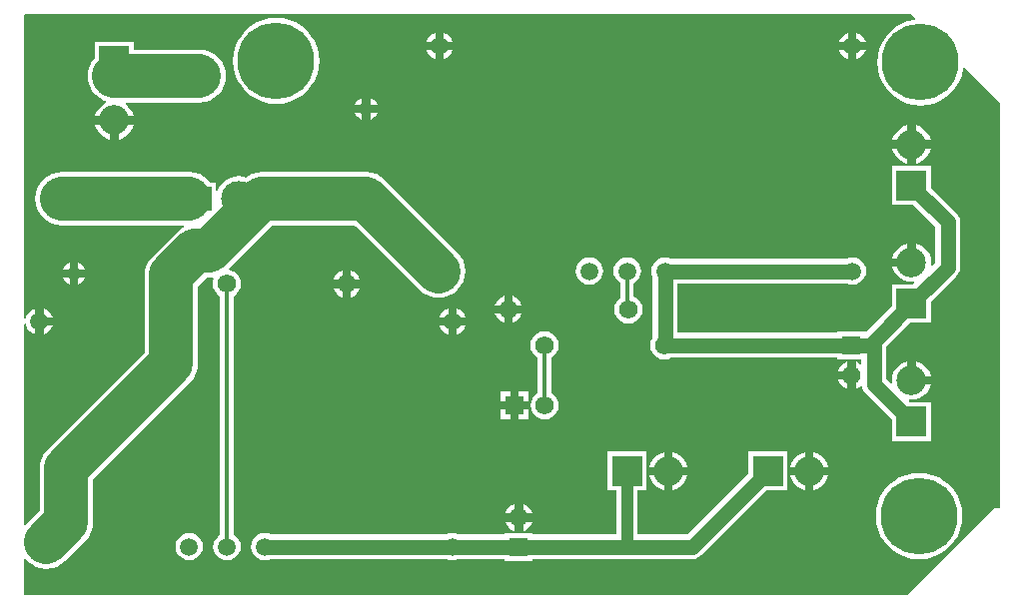
<source format=gtl>
%FSAX42Y42*%
%MOMM*%
G71*
G01*
G75*
G04 Layer_Physical_Order=1*
G04 Layer_Color=255*
%ADD10C,3.70*%
%ADD11C,0.30*%
%ADD12C,1.30*%
%ADD13C,1.00*%
%ADD14C,2.50*%
%ADD15R,2.50X2.50*%
%ADD16C,3.00*%
%ADD17C,1.57*%
%ADD18R,1.57X1.57*%
%ADD19C,6.50*%
%ADD20C,1.20*%
%ADD21R,2.50X2.50*%
%ADD22R,1.57X1.57*%
%ADD23C,1.52*%
%ADD24C,2.00*%
%ADD25R,2.00X2.00*%
G36*
X005245Y017488D02*
X012751D01*
X012783Y017456D01*
X012779Y017444D01*
X012770Y017443D01*
X012714Y017430D01*
X012661Y017408D01*
X012612Y017378D01*
X012568Y017340D01*
X012531Y017297D01*
X012501Y017248D01*
X012479Y017195D01*
X012465Y017139D01*
X012461Y017082D01*
X012465Y017024D01*
X012479Y016968D01*
X012501Y016915D01*
X012531Y016866D01*
X012568Y016823D01*
X012612Y016785D01*
X012661Y016755D01*
X012714Y016733D01*
X012770Y016720D01*
X012827Y016715D01*
X012884Y016720D01*
X012940Y016733D01*
X012993Y016755D01*
X013042Y016785D01*
X013086Y016823D01*
X013123Y016866D01*
X013153Y016915D01*
X013175Y016968D01*
X013189Y017024D01*
X013189Y017033D01*
X013201Y017037D01*
X013500Y016739D01*
Y013297D01*
X013449D01*
X012713Y012560D01*
X005232D01*
Y012865D01*
X005244Y012869D01*
X005258Y012853D01*
X005292Y012825D01*
X005331Y012804D01*
X005374Y012791D01*
X005418Y012786D01*
X005462Y012791D01*
X005504Y012804D01*
X005544Y012825D01*
X005578Y012853D01*
X005748Y013023D01*
X005776Y013057D01*
X005797Y013096D01*
X005810Y013138D01*
X005814Y013183D01*
X005814Y013183D01*
X005814Y013183D01*
Y013183D01*
Y013546D01*
X006637Y014369D01*
X006665Y014403D01*
X006686Y014442D01*
X006699Y014485D01*
X006699Y014485D01*
X006699Y014485D01*
Y014485D01*
X006703Y014529D01*
Y015184D01*
X006774Y015255D01*
X006797D01*
X006830Y015258D01*
X006838Y015248D01*
X006831Y015233D01*
X006827Y015202D01*
X006831Y015171D01*
X006843Y015142D01*
X006862Y015117D01*
X006887Y015098D01*
X006891Y015097D01*
Y013076D01*
X006891Y013076D01*
X006867Y013057D01*
X006848Y013033D01*
X006836Y013005D01*
X006832Y012974D01*
X006836Y012944D01*
X006848Y012916D01*
X006867Y012892D01*
X006891Y012873D01*
X006919Y012861D01*
X006949Y012857D01*
X006980Y012861D01*
X007008Y012873D01*
X007032Y012892D01*
X007051Y012916D01*
X007063Y012944D01*
X007067Y012974D01*
X007063Y013005D01*
X007051Y013033D01*
X007032Y013057D01*
X007008Y013076D01*
X007003Y013078D01*
Y015097D01*
X007007Y015098D01*
X007032Y015117D01*
X007051Y015142D01*
X007063Y015171D01*
X007067Y015202D01*
X007063Y015233D01*
X007051Y015262D01*
X007032Y015287D01*
X007007Y015306D01*
X006978Y015318D01*
X006970Y015319D01*
X006966Y015331D01*
X007335Y015700D01*
X008034D01*
X008583Y015151D01*
X008617Y015123D01*
X008656Y015102D01*
X008698Y015089D01*
X008743Y015085D01*
X008787Y015089D01*
X008829Y015102D01*
X008868Y015123D01*
X008902Y015151D01*
X008931Y015186D01*
X008951Y015225D01*
X008964Y015267D01*
X008969Y015311D01*
X008964Y015355D01*
X008951Y015398D01*
X008931Y015437D01*
X008902Y015471D01*
X008288Y016086D01*
X008254Y016114D01*
X008215Y016135D01*
X008172Y016148D01*
X008128Y016152D01*
X007241D01*
X007197Y016148D01*
X007155Y016135D01*
X007116Y016114D01*
X007107Y016107D01*
X007087Y016113D01*
X007050Y016117D01*
X007013Y016113D01*
X006977Y016102D01*
X006944Y016085D01*
X006915Y016061D01*
X006891Y016032D01*
X006874Y015999D01*
X006871Y015990D01*
X006858Y015992D01*
Y016063D01*
X006807D01*
X006789Y016086D01*
X006755Y016114D01*
X006716Y016135D01*
X006674Y016148D01*
X006629Y016152D01*
X005550D01*
X005506Y016148D01*
X005463Y016135D01*
X005424Y016114D01*
X005390Y016086D01*
X005362Y016051D01*
X005341Y016012D01*
X005328Y015970D01*
X005324Y015926D01*
X005328Y015882D01*
X005341Y015839D01*
X005362Y015800D01*
X005390Y015766D01*
X005424Y015738D01*
X005463Y015717D01*
X005506Y015704D01*
X005550Y015700D01*
X006585D01*
X006588Y015687D01*
X006555Y015669D01*
X006520Y015641D01*
X006317Y015438D01*
X006289Y015404D01*
X006268Y015365D01*
X006255Y015322D01*
X006251Y015278D01*
Y014622D01*
X005428Y013800D01*
X005400Y013765D01*
X005379Y013726D01*
X005366Y013684D01*
X005362Y013640D01*
Y013276D01*
X005258Y013172D01*
X005244Y013156D01*
X005232Y013160D01*
Y014862D01*
X005245Y014863D01*
X005246Y014854D01*
X005258Y014826D01*
X005277Y014802D01*
X005301Y014783D01*
X005324Y014773D01*
Y014884D01*
Y014996D01*
X005301Y014986D01*
X005277Y014967D01*
X005258Y014943D01*
X005246Y014915D01*
X005245Y014906D01*
X005232Y014907D01*
Y017484D01*
X005244Y017489D01*
X005245Y017488D01*
D02*
G37*
%LPC*%
G36*
X012786Y014548D02*
Y014421D01*
X012913D01*
X012904Y014449D01*
X012889Y014478D01*
X012868Y014503D01*
X012843Y014524D01*
X012814Y014539D01*
X012786Y014548D01*
D02*
G37*
G36*
X012208Y014541D02*
X012183Y014531D01*
X012158Y014512D01*
X012139Y014487D01*
X012129Y014462D01*
X012208D01*
Y014541D01*
D02*
G37*
G36*
X005471Y014849D02*
X005394D01*
Y014773D01*
X005418Y014783D01*
X005442Y014802D01*
X005461Y014826D01*
X005471Y014849D01*
D02*
G37*
G36*
X012208Y014392D02*
X012129D01*
X012139Y014367D01*
X012158Y014343D01*
X012183Y014323D01*
X012208Y014313D01*
Y014392D01*
D02*
G37*
G36*
X009506Y014136D02*
X009423D01*
Y014052D01*
X009506D01*
Y014136D01*
D02*
G37*
G36*
X009353Y014290D02*
X009269D01*
Y014206D01*
X009353D01*
Y014290D01*
D02*
G37*
G36*
X009506D02*
X009423D01*
Y014206D01*
X009506D01*
Y014290D01*
D02*
G37*
G36*
X008824Y014849D02*
X008748D01*
X008758Y014826D01*
X008777Y014802D01*
X008801Y014783D01*
X008824Y014773D01*
Y014849D01*
D02*
G37*
G36*
X005394Y014996D02*
Y014919D01*
X005471D01*
X005461Y014943D01*
X005442Y014967D01*
X005418Y014986D01*
X005394Y014996D01*
D02*
G37*
G36*
X008824D02*
X008801Y014986D01*
X008777Y014967D01*
X008758Y014943D01*
X008748Y014919D01*
X008824D01*
Y014996D01*
D02*
G37*
G36*
X008894D02*
Y014919D01*
X008971D01*
X008961Y014943D01*
X008942Y014967D01*
X008918Y014986D01*
X008894Y014996D01*
D02*
G37*
G36*
X009449Y014951D02*
X009369D01*
Y014872D01*
X009394Y014882D01*
X009419Y014901D01*
X009438Y014926D01*
X009449Y014951D01*
D02*
G37*
G36*
X008971Y014849D02*
X008894D01*
Y014773D01*
X008918Y014783D01*
X008942Y014802D01*
X008961Y014826D01*
X008971Y014849D01*
D02*
G37*
G36*
X010340Y015428D02*
X010310Y015424D01*
X010282Y015413D01*
X010257Y015394D01*
X010239Y015370D01*
X010227Y015342D01*
X010223Y015311D01*
X010227Y015281D01*
X010239Y015253D01*
X010257Y015228D01*
X010282Y015210D01*
X010284Y015209D01*
Y015085D01*
X010266Y015071D01*
X010247Y015046D01*
X010235Y015017D01*
X010231Y014986D01*
X010235Y014955D01*
X010247Y014926D01*
X010266Y014901D01*
X010291Y014882D01*
X010320Y014870D01*
X010350Y014866D01*
X010381Y014870D01*
X010410Y014882D01*
X010435Y014901D01*
X010454Y014926D01*
X010466Y014955D01*
X010470Y014986D01*
X010466Y015017D01*
X010454Y015046D01*
X010435Y015071D01*
X010410Y015090D01*
X010396Y015096D01*
Y015209D01*
X010399Y015210D01*
X010423Y015228D01*
X010442Y015253D01*
X010454Y015281D01*
X010458Y015311D01*
X010454Y015342D01*
X010442Y015370D01*
X010423Y015394D01*
X010399Y015413D01*
X010371Y015424D01*
X010340Y015428D01*
D02*
G37*
G36*
X009300Y014951D02*
X009220D01*
X009231Y014926D01*
X009250Y014901D01*
X009275Y014882D01*
X009300Y014872D01*
Y014951D01*
D02*
G37*
G36*
X009353Y014136D02*
X009269D01*
Y014052D01*
X009353D01*
Y014136D01*
D02*
G37*
G36*
X009388Y013335D02*
X009364Y013324D01*
X009339Y013305D01*
X009320Y013281D01*
X009309Y013256D01*
X009388D01*
Y013335D01*
D02*
G37*
G36*
X009537Y013186D02*
X009458D01*
Y013107D01*
X009483Y013117D01*
X009508Y013136D01*
X009527Y013161D01*
X009537Y013186D01*
D02*
G37*
G36*
X010656Y013579D02*
X010529D01*
X010537Y013551D01*
X010553Y013522D01*
X010573Y013497D01*
X010598Y013477D01*
X010627Y013461D01*
X010656Y013453D01*
Y013579D01*
D02*
G37*
G36*
X009458Y013335D02*
Y013256D01*
X009537D01*
X009527Y013281D01*
X009508Y013305D01*
X009483Y013324D01*
X009458Y013335D01*
D02*
G37*
G36*
X012814Y013600D02*
X012757Y013595D01*
X012701Y013582D01*
X012648Y013560D01*
X012599Y013530D01*
X012555Y013492D01*
X012518Y013449D01*
X012488Y013400D01*
X012466Y013347D01*
X012453Y013291D01*
X012448Y013233D01*
X012453Y013176D01*
X012466Y013120D01*
X012488Y013067D01*
X012518Y013018D01*
X012555Y012975D01*
X012599Y012937D01*
X012648Y012907D01*
X012701Y012885D01*
X012757Y012872D01*
X012814Y012867D01*
X012872Y012872D01*
X012927Y012885D01*
X012981Y012907D01*
X013030Y012937D01*
X013073Y012975D01*
X013111Y013018D01*
X013141Y013067D01*
X013163Y013120D01*
X013176Y013176D01*
X013180Y013233D01*
X013176Y013291D01*
X013163Y013347D01*
X013141Y013400D01*
X013111Y013449D01*
X013073Y013492D01*
X013030Y013530D01*
X012981Y013560D01*
X012927Y013582D01*
X012872Y013595D01*
X012814Y013600D01*
D02*
G37*
G36*
X006629Y013092D02*
X006599Y013088D01*
X006571Y013076D01*
X006547Y013057D01*
X006528Y013033D01*
X006516Y013005D01*
X006512Y012974D01*
X006516Y012944D01*
X006528Y012916D01*
X006547Y012892D01*
X006571Y012873D01*
X006599Y012861D01*
X006629Y012857D01*
X006660Y012861D01*
X006688Y012873D01*
X006712Y012892D01*
X006731Y012916D01*
X006743Y012944D01*
X006747Y012974D01*
X006743Y013005D01*
X006731Y013033D01*
X006712Y013057D01*
X006688Y013076D01*
X006660Y013088D01*
X006629Y013092D01*
D02*
G37*
G36*
X009388Y013186D02*
X009309D01*
X009320Y013161D01*
X009339Y013136D01*
X009364Y013117D01*
X009388Y013107D01*
Y013186D01*
D02*
G37*
G36*
X011699Y013779D02*
X011369D01*
Y013599D01*
X010851Y013080D01*
X010431D01*
Y013449D01*
X010506D01*
Y013779D01*
X010176D01*
Y013449D01*
X010250D01*
Y013080D01*
X009542D01*
Y013085D01*
X009305D01*
Y013080D01*
X008907D01*
X008890Y013088D01*
X008859Y013092D01*
X008829Y013088D01*
X008811Y013080D01*
X007317D01*
X007300Y013088D01*
X007269Y013092D01*
X007239Y013088D01*
X007211Y013076D01*
X007187Y013057D01*
X007168Y013033D01*
X007156Y013005D01*
X007152Y012974D01*
X007156Y012944D01*
X007168Y012916D01*
X007187Y012892D01*
X007211Y012873D01*
X007239Y012861D01*
X007269Y012857D01*
X007300Y012861D01*
X007317Y012868D01*
X008811D01*
X008829Y012861D01*
X008859Y012857D01*
X008890Y012861D01*
X008907Y012868D01*
X009305D01*
Y012848D01*
X009542D01*
Y012868D01*
X010894D01*
X010894Y012868D01*
X010922Y012872D01*
X010947Y012883D01*
X010969Y012900D01*
X011519Y013449D01*
X011699D01*
Y013779D01*
D02*
G37*
G36*
X011849Y013776D02*
X011821Y013768D01*
X011792Y013752D01*
X011767Y013732D01*
X011747Y013707D01*
X011731Y013678D01*
X011723Y013649D01*
X011849D01*
Y013776D01*
D02*
G37*
G36*
X010726D02*
Y013649D01*
X010852D01*
X010844Y013678D01*
X010828Y013707D01*
X010808Y013732D01*
X010783Y013752D01*
X010754Y013768D01*
X010726Y013776D01*
D02*
G37*
G36*
X009639Y014801D02*
X009608Y014797D01*
X009579Y014785D01*
X009555Y014766D01*
X009536Y014741D01*
X009524Y014712D01*
X009520Y014681D01*
X009524Y014650D01*
X009536Y014621D01*
X009555Y014597D01*
X009579Y014577D01*
X009583Y014576D01*
Y014275D01*
X009582Y014275D01*
X009557Y014256D01*
X009538Y014231D01*
X009526Y014202D01*
X009522Y014171D01*
X009526Y014140D01*
X009538Y014111D01*
X009557Y014086D01*
X009582Y014067D01*
X009611Y014055D01*
X009642Y014051D01*
X009673Y014055D01*
X009702Y014067D01*
X009726Y014086D01*
X009745Y014111D01*
X009757Y014140D01*
X009761Y014171D01*
X009757Y014202D01*
X009745Y014231D01*
X009726Y014256D01*
X009702Y014275D01*
X009695Y014277D01*
Y014576D01*
X009699Y014577D01*
X009724Y014597D01*
X009743Y014621D01*
X009755Y014650D01*
X009759Y014681D01*
X009755Y014712D01*
X009743Y014741D01*
X009724Y014766D01*
X009699Y014785D01*
X009670Y014797D01*
X009639Y014801D01*
D02*
G37*
G36*
X011919Y013776D02*
Y013649D01*
X012046D01*
X012038Y013678D01*
X012022Y013707D01*
X012002Y013732D01*
X011977Y013752D01*
X011948Y013768D01*
X011919Y013776D01*
D02*
G37*
G36*
X011849Y013579D02*
X011723D01*
X011731Y013551D01*
X011747Y013522D01*
X011767Y013497D01*
X011792Y013477D01*
X011821Y013461D01*
X011849Y013453D01*
Y013579D01*
D02*
G37*
G36*
X010852D02*
X010726D01*
Y013453D01*
X010754Y013461D01*
X010783Y013477D01*
X010808Y013497D01*
X010828Y013522D01*
X010844Y013551D01*
X010852Y013579D01*
D02*
G37*
G36*
X010656Y013776D02*
X010627Y013768D01*
X010598Y013752D01*
X010573Y013732D01*
X010553Y013707D01*
X010537Y013678D01*
X010529Y013649D01*
X010656D01*
Y013776D01*
D02*
G37*
G36*
X012046Y013579D02*
X011919D01*
Y013453D01*
X011948Y013461D01*
X011977Y013477D01*
X012002Y013497D01*
X012022Y013522D01*
X012038Y013551D01*
X012046Y013579D01*
D02*
G37*
G36*
X009300Y015100D02*
X009275Y015090D01*
X009250Y015071D01*
X009231Y015046D01*
X009220Y015021D01*
X009300D01*
Y015100D01*
D02*
G37*
G36*
X008093Y016782D02*
X008078Y016775D01*
X008057Y016759D01*
X008041Y016738D01*
X008034Y016723D01*
X008093D01*
Y016782D01*
D02*
G37*
G36*
X006159Y017255D02*
X005829D01*
Y017118D01*
X005806Y017090D01*
X005786Y017051D01*
X005773Y017009D01*
X005768Y016964D01*
X005773Y016920D01*
X005786Y016878D01*
X005806Y016839D01*
X005835Y016805D01*
X005869Y016776D01*
X005908Y016756D01*
X005921Y016751D01*
X005922Y016739D01*
X005902Y016728D01*
X005877Y016707D01*
X005857Y016682D01*
X005841Y016654D01*
X005833Y016625D01*
X006156D01*
X006148Y016654D01*
X006132Y016682D01*
X006112Y016707D01*
X006089Y016726D01*
X006093Y016738D01*
X006713D01*
X006757Y016743D01*
X006800Y016756D01*
X006839Y016776D01*
X006873Y016805D01*
X006901Y016839D01*
X006922Y016878D01*
X006935Y016920D01*
X006939Y016964D01*
X006935Y017009D01*
X006922Y017051D01*
X006901Y017090D01*
X006873Y017124D01*
X006839Y017152D01*
X006800Y017173D01*
X006757Y017186D01*
X006713Y017190D01*
X006159D01*
Y017255D01*
D02*
G37*
G36*
X007366Y017460D02*
X007309Y017456D01*
X007253Y017442D01*
X007200Y017420D01*
X007151Y017390D01*
X007107Y017353D01*
X007070Y017309D01*
X007040Y017260D01*
X007018Y017207D01*
X007004Y017151D01*
X007000Y017094D01*
X007004Y017037D01*
X007018Y016981D01*
X007040Y016928D01*
X007070Y016879D01*
X007107Y016835D01*
X007151Y016798D01*
X007200Y016768D01*
X007253Y016746D01*
X007309Y016733D01*
X007366Y016728D01*
X007423Y016733D01*
X007479Y016746D01*
X007532Y016768D01*
X007581Y016798D01*
X007625Y016835D01*
X007662Y016879D01*
X007692Y016928D01*
X007714Y016981D01*
X007728Y017037D01*
X007732Y017094D01*
X007728Y017151D01*
X007714Y017207D01*
X007692Y017260D01*
X007662Y017309D01*
X007625Y017353D01*
X007581Y017390D01*
X007532Y017420D01*
X007479Y017442D01*
X007423Y017456D01*
X007366Y017460D01*
D02*
G37*
G36*
X008163Y016782D02*
Y016723D01*
X008222D01*
X008215Y016738D01*
X008199Y016759D01*
X008178Y016775D01*
X008163Y016782D01*
D02*
G37*
G36*
X006156Y016555D02*
X006029D01*
Y016428D01*
X006058Y016437D01*
X006087Y016452D01*
X006112Y016473D01*
X006132Y016498D01*
X006148Y016527D01*
X006156Y016555D01*
D02*
G37*
G36*
X005959D02*
X005833D01*
X005841Y016527D01*
X005857Y016498D01*
X005877Y016473D01*
X005902Y016452D01*
X005931Y016437D01*
X005959Y016428D01*
Y016555D01*
D02*
G37*
G36*
X008222Y016653D02*
X008163D01*
Y016594D01*
X008178Y016600D01*
X008199Y016616D01*
X008215Y016637D01*
X008222Y016653D01*
D02*
G37*
G36*
X008093D02*
X008034D01*
X008041Y016637D01*
X008057Y016616D01*
X008078Y016600D01*
X008093Y016594D01*
Y016653D01*
D02*
G37*
G36*
X008785Y017332D02*
Y017256D01*
X008862D01*
X008852Y017280D01*
X008833Y017304D01*
X008809Y017323D01*
X008785Y017332D01*
D02*
G37*
G36*
X008715D02*
X008692Y017323D01*
X008667Y017304D01*
X008649Y017280D01*
X008639Y017256D01*
X008715D01*
Y017332D01*
D02*
G37*
G36*
X012285D02*
Y017256D01*
X012362D01*
X012352Y017280D01*
X012333Y017304D01*
X012309Y017323D01*
X012285Y017332D01*
D02*
G37*
G36*
X012215D02*
X012192Y017323D01*
X012167Y017304D01*
X012149Y017280D01*
X012139Y017256D01*
X012215D01*
Y017332D01*
D02*
G37*
G36*
X008862Y017186D02*
X008785D01*
Y017110D01*
X008809Y017120D01*
X008833Y017138D01*
X008852Y017163D01*
X008862Y017186D01*
D02*
G37*
G36*
X008715D02*
X008639D01*
X008649Y017163D01*
X008667Y017138D01*
X008692Y017120D01*
X008715Y017110D01*
Y017186D01*
D02*
G37*
G36*
X012362D02*
X012285D01*
Y017110D01*
X012309Y017120D01*
X012333Y017138D01*
X012352Y017163D01*
X012362Y017186D01*
D02*
G37*
G36*
X012215D02*
X012139D01*
X012149Y017163D01*
X012167Y017138D01*
X012192Y017120D01*
X012215Y017110D01*
Y017186D01*
D02*
G37*
G36*
X005745Y015256D02*
X005687D01*
Y015197D01*
X005702Y015203D01*
X005723Y015219D01*
X005739Y015240D01*
X005745Y015256D01*
D02*
G37*
G36*
X005617D02*
X005558D01*
X005564Y015240D01*
X005580Y015219D01*
X005601Y015203D01*
X005617Y015197D01*
Y015256D01*
D02*
G37*
G36*
X007998Y015316D02*
Y015237D01*
X008077D01*
X008067Y015262D01*
X008048Y015287D01*
X008023Y015306D01*
X007998Y015316D01*
D02*
G37*
G36*
X007928D02*
X007903Y015306D01*
X007878Y015287D01*
X007859Y015262D01*
X007849Y015237D01*
X007928D01*
Y015316D01*
D02*
G37*
G36*
Y015167D02*
X007849D01*
X007859Y015142D01*
X007878Y015117D01*
X007903Y015098D01*
X007928Y015088D01*
Y015167D01*
D02*
G37*
G36*
X009369Y015100D02*
Y015021D01*
X009449D01*
X009438Y015046D01*
X009419Y015071D01*
X009394Y015090D01*
X009369Y015100D01*
D02*
G37*
G36*
X010020Y015428D02*
X009990Y015424D01*
X009962Y015413D01*
X009937Y015394D01*
X009919Y015370D01*
X009907Y015342D01*
X009903Y015311D01*
X009907Y015281D01*
X009919Y015253D01*
X009937Y015228D01*
X009962Y015210D01*
X009990Y015198D01*
X010020Y015194D01*
X010051Y015198D01*
X010079Y015210D01*
X010103Y015228D01*
X010122Y015253D01*
X010134Y015281D01*
X010138Y015311D01*
X010134Y015342D01*
X010122Y015370D01*
X010103Y015394D01*
X010079Y015413D01*
X010051Y015424D01*
X010020Y015428D01*
D02*
G37*
G36*
X008077Y015167D02*
X007998D01*
Y015088D01*
X008023Y015098D01*
X008048Y015117D01*
X008067Y015142D01*
X008077Y015167D01*
D02*
G37*
G36*
X012913Y016351D02*
X012786D01*
Y016224D01*
X012814Y016233D01*
X012843Y016248D01*
X012868Y016269D01*
X012889Y016294D01*
X012904Y016323D01*
X012913Y016351D01*
D02*
G37*
G36*
X012716D02*
X012589D01*
X012598Y016323D01*
X012613Y016294D01*
X012634Y016269D01*
X012659Y016248D01*
X012687Y016233D01*
X012716Y016224D01*
Y016351D01*
D02*
G37*
G36*
X012786Y016548D02*
Y016421D01*
X012913D01*
X012904Y016449D01*
X012889Y016478D01*
X012868Y016503D01*
X012843Y016524D01*
X012814Y016539D01*
X012786Y016548D01*
D02*
G37*
G36*
X012716D02*
X012687Y016539D01*
X012659Y016524D01*
X012634Y016503D01*
X012613Y016478D01*
X012598Y016449D01*
X012589Y016421D01*
X012716D01*
Y016548D01*
D02*
G37*
G36*
X005687Y015385D02*
Y015326D01*
X005745D01*
X005739Y015341D01*
X005723Y015362D01*
X005702Y015378D01*
X005687Y015385D01*
D02*
G37*
G36*
X005617D02*
X005601Y015378D01*
X005580Y015362D01*
X005564Y015341D01*
X005558Y015326D01*
X005617D01*
Y015385D01*
D02*
G37*
G36*
X012716Y015548D02*
X012687Y015539D01*
X012659Y015524D01*
X012634Y015503D01*
X012613Y015478D01*
X012598Y015449D01*
X012589Y015421D01*
X012716D01*
Y015548D01*
D02*
G37*
G36*
X012916Y016201D02*
X012586D01*
Y015871D01*
X012766D01*
X012950Y015687D01*
Y015385D01*
X012926Y015361D01*
X012915Y015366D01*
X012917Y015386D01*
X012913Y015418D01*
X012904Y015449D01*
X012889Y015478D01*
X012868Y015503D01*
X012843Y015524D01*
X012814Y015539D01*
X012786Y015548D01*
Y015386D01*
X012751D01*
Y015351D01*
X012589D01*
X012598Y015322D01*
X012613Y015294D01*
X012634Y015269D01*
X012659Y015248D01*
X012687Y015233D01*
X012718Y015223D01*
X012751Y015220D01*
X012770Y015222D01*
X012776Y015211D01*
X012766Y015201D01*
X012586D01*
Y015021D01*
X012364Y014799D01*
X012362Y014800D01*
Y014800D01*
X012362Y014800D01*
X012124D01*
Y014787D01*
X010766D01*
Y015205D01*
X012202D01*
X012220Y015198D01*
X012250Y015194D01*
X012281Y015198D01*
X012309Y015210D01*
X012333Y015228D01*
X012352Y015253D01*
X012364Y015281D01*
X012368Y015311D01*
X012364Y015342D01*
X012352Y015370D01*
X012333Y015394D01*
X012309Y015413D01*
X012281Y015424D01*
X012250Y015428D01*
X012220Y015424D01*
X012202Y015417D01*
X010708D01*
X010691Y015424D01*
X010660Y015428D01*
X010630Y015424D01*
X010602Y015413D01*
X010577Y015394D01*
X010559Y015370D01*
X010547Y015342D01*
X010543Y015311D01*
X010547Y015281D01*
X010554Y015263D01*
Y014745D01*
X010552Y014741D01*
X010540Y014712D01*
X010536Y014681D01*
X010540Y014650D01*
X010552Y014621D01*
X010571Y014597D01*
X010595Y014577D01*
X010624Y014566D01*
X010655Y014561D01*
X010686Y014566D01*
X010710Y014575D01*
X012124D01*
Y014562D01*
X012327D01*
Y014526D01*
X012316Y014521D01*
X012303Y014531D01*
X012278Y014541D01*
Y014427D01*
Y014313D01*
X012303Y014323D01*
X012319Y014336D01*
X012330Y014331D01*
X012331Y014326D01*
X012342Y014300D01*
X012358Y014278D01*
X012586Y014051D01*
Y013871D01*
X012916D01*
Y014201D01*
X012736D01*
X012726Y014210D01*
X012731Y014222D01*
X012751Y014220D01*
X012783Y014223D01*
X012814Y014233D01*
X012843Y014248D01*
X012868Y014269D01*
X012889Y014294D01*
X012904Y014322D01*
X012913Y014351D01*
X012751D01*
Y014386D01*
X012716D01*
Y014548D01*
X012687Y014539D01*
X012659Y014524D01*
X012634Y014503D01*
X012613Y014478D01*
X012598Y014449D01*
X012588Y014418D01*
X012585Y014386D01*
X012587Y014366D01*
X012575Y014361D01*
X012539Y014397D01*
Y014675D01*
X012736Y014871D01*
X012916D01*
Y015051D01*
X013130Y015266D01*
X013130Y015266D01*
X013147Y015288D01*
X013158Y015313D01*
X013162Y015341D01*
Y015731D01*
X013158Y015759D01*
X013147Y015784D01*
X013130Y015806D01*
X013130Y015806D01*
X012916Y016021D01*
Y016201D01*
D02*
G37*
%LPD*%
D10*
X005588Y013183D02*
Y013640D01*
X005418Y013012D02*
X005588Y013183D01*
Y013640D02*
X006477Y014529D01*
X005994Y016964D02*
X006713D01*
X005550Y015926D02*
X006050D01*
X006629D01*
X007550D02*
X008128D01*
X008743Y015311D01*
X006477Y014529D02*
Y015278D01*
X006680Y015481D01*
X006797D01*
X007241Y015926D01*
X007550D01*
D11*
X005397Y013012D02*
X005418D01*
X005359Y012974D02*
X005397Y013012D01*
X010340Y014996D02*
Y015311D01*
X006947Y012977D02*
Y015202D01*
X012243Y014681D02*
X012250Y014689D01*
X010660Y014686D02*
X010665Y014681D01*
X009639Y014173D02*
Y014681D01*
D12*
X012751Y016036D02*
X013056Y015731D01*
Y015341D02*
Y015731D01*
X012751Y015036D02*
X013056Y015341D01*
X012433Y014353D02*
Y014718D01*
Y014353D02*
X012751Y014036D01*
X012433Y014718D02*
X012751Y015036D01*
X010894Y012974D02*
X011534Y013614D01*
X007269Y012974D02*
X008859D01*
X010894D01*
X010660Y014686D02*
Y015311D01*
X010665Y014681D02*
X012243D01*
X010660Y015311D02*
X012250D01*
X012243Y014681D02*
X012396D01*
D13*
X010341Y012984D02*
Y013614D01*
D14*
X005994Y016590D02*
D03*
X012751Y015386D02*
D03*
Y014386D02*
D03*
X010691Y013614D02*
D03*
X011884D02*
D03*
X012751Y016386D02*
D03*
D15*
X005994Y017090D02*
D03*
X012751Y015036D02*
D03*
Y014036D02*
D03*
Y016036D02*
D03*
D16*
X007050Y015926D02*
D03*
X007550D02*
D03*
X005550D02*
D03*
X006050D02*
D03*
D17*
X009423Y013221D02*
D03*
X009642Y014171D02*
D03*
X009639Y014681D02*
D03*
X010655D02*
D03*
X012243Y014427D02*
D03*
X010350Y014986D02*
D03*
X009335D02*
D03*
X006947Y015202D02*
D03*
X007963D02*
D03*
D18*
X009423Y012967D02*
D03*
X012243Y014681D02*
D03*
D19*
X012814Y013233D02*
D03*
X007366Y017094D02*
D03*
X012827Y017082D02*
D03*
D20*
X006414Y015291D02*
D03*
X005651D02*
D03*
X008128Y015926D02*
D03*
Y016688D02*
D03*
D21*
X010341Y013614D02*
D03*
X011534D02*
D03*
D22*
X009388Y014171D02*
D03*
D23*
X008750Y017221D02*
D03*
X010020Y015311D02*
D03*
X008750D02*
D03*
X010340D02*
D03*
X010660D02*
D03*
X012250D02*
D03*
Y017221D02*
D03*
X005359Y014884D02*
D03*
X006629Y012974D02*
D03*
X005359D02*
D03*
X006949D02*
D03*
X007269D02*
D03*
X008859D02*
D03*
Y014884D02*
D03*
D24*
X006363Y016970D02*
D03*
X006718D02*
D03*
D25*
X006363Y015924D02*
D03*
X006718D02*
D03*
M02*

</source>
